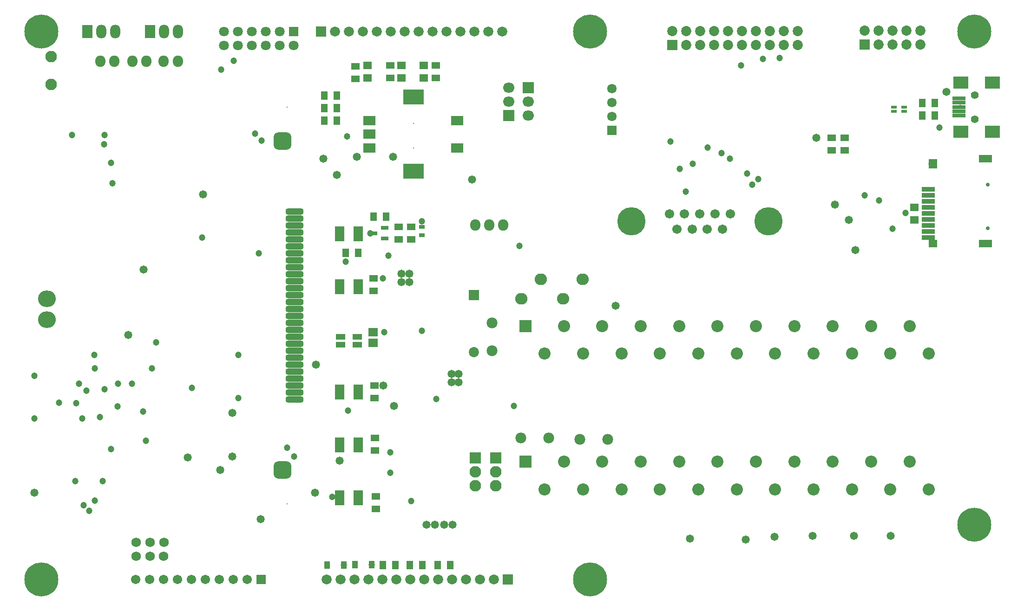
<source format=gts>
G04*
G04 #@! TF.GenerationSoftware,Altium Limited,Altium Designer,20.1.7 (139)*
G04*
G04 Layer_Color=8388736*
%FSTAX24Y24*%
%MOIN*%
G70*
G04*
G04 #@! TF.SameCoordinates,F0BF9DC0-9546-437B-B132-7D81F4AFA61C*
G04*
G04*
G04 #@! TF.FilePolarity,Negative*
G04*
G01*
G75*
%ADD39R,0.0395X0.0237*%
%ADD40R,0.1064X0.0867*%
%ADD41R,0.0966X0.0277*%
%ADD42R,0.0630X0.0474*%
%ADD43R,0.0572X0.0316*%
%ADD44R,0.0474X0.0630*%
%ADD45R,0.0680X0.1080*%
%ADD46R,0.1458X0.1064*%
%ADD47R,0.0867X0.0671*%
%ADD48R,0.0946X0.0356*%
%ADD49R,0.0631X0.0552*%
%ADD50R,0.0946X0.0552*%
%ADD51R,0.0631X0.0710*%
%ADD52R,0.0671X0.0434*%
%ADD53R,0.0630X0.0580*%
%ADD54R,0.0434X0.0552*%
%ADD55R,0.0434X0.0552*%
%ADD56R,0.0395X0.0316*%
%ADD57R,0.0671X0.0592*%
%ADD58C,0.0730*%
%ADD59R,0.0730X0.0730*%
%ADD60C,0.0720*%
%ADD61R,0.0720X0.0720*%
%ADD62R,0.0730X0.0730*%
%ADD63C,0.0780*%
%ADD64C,0.0080*%
%ADD65C,0.0277*%
%ADD66C,0.0867*%
%ADD67R,0.0867X0.0867*%
%ADD68C,0.2029*%
%ADD69C,0.0671*%
%ADD70C,0.0710*%
%ADD71R,0.0710X0.0710*%
G04:AMPARAMS|DCode=72|XSize=126.1mil|YSize=126.1mil|CornerRadius=33.5mil|HoleSize=0mil|Usage=FLASHONLY|Rotation=90.000|XOffset=0mil|YOffset=0mil|HoleType=Round|Shape=RoundedRectangle|*
%AMROUNDEDRECTD72*
21,1,0.1261,0.0591,0,0,90.0*
21,1,0.0591,0.1261,0,0,90.0*
1,1,0.0671,0.0295,0.0295*
1,1,0.0671,0.0295,-0.0295*
1,1,0.0671,-0.0295,-0.0295*
1,1,0.0671,-0.0295,0.0295*
%
%ADD72ROUNDEDRECTD72*%
G04:AMPARAMS|DCode=73|XSize=43.4mil|YSize=126.1mil|CornerRadius=12.9mil|HoleSize=0mil|Usage=FLASHONLY|Rotation=90.000|XOffset=0mil|YOffset=0mil|HoleType=Round|Shape=RoundedRectangle|*
%AMROUNDEDRECTD73*
21,1,0.0434,0.1004,0,0,90.0*
21,1,0.0177,0.1261,0,0,90.0*
1,1,0.0257,0.0502,0.0089*
1,1,0.0257,0.0502,-0.0089*
1,1,0.0257,-0.0502,-0.0089*
1,1,0.0257,-0.0502,0.0089*
%
%ADD73ROUNDEDRECTD73*%
%ADD74R,0.0730X0.0980*%
%ADD75O,0.0730X0.0980*%
%ADD76C,0.0678*%
%ADD77R,0.0678X0.0678*%
%ADD78R,0.0830X0.0830*%
%ADD79O,0.0830X0.0710*%
%ADD80C,0.0830*%
%ADD81C,0.2442*%
%ADD82O,0.0730X0.0830*%
%ADD83C,0.0680*%
%ADD84R,0.0671X0.0671*%
%ADD85O,0.0880X0.0830*%
%ADD86O,0.1280X0.1180*%
%ADD87C,0.0474*%
%ADD88C,0.0580*%
%ADD89C,0.0552*%
D39*
X073146Y045593D02*
D03*
Y045907D02*
D03*
X073854D02*
D03*
Y045593D02*
D03*
D40*
X077925Y044138D02*
D03*
X080185Y044137D02*
D03*
Y04768D02*
D03*
X077925Y047682D02*
D03*
D41*
X077805Y04529D02*
D03*
X0778Y0456D02*
D03*
X077795Y04591D02*
D03*
X07779Y04622D02*
D03*
X077785Y04653D02*
D03*
D42*
X0359Y02215D02*
D03*
Y02125D02*
D03*
X0358Y0336D02*
D03*
Y0327D02*
D03*
X06865Y0437D02*
D03*
Y0428D02*
D03*
X0696Y0428D02*
D03*
Y0437D02*
D03*
X0385Y0364D02*
D03*
Y0373D02*
D03*
X03595Y01705D02*
D03*
Y01795D02*
D03*
X0376Y0364D02*
D03*
Y0373D02*
D03*
X04025Y048D02*
D03*
Y0489D02*
D03*
X037Y048D02*
D03*
Y0489D02*
D03*
X0345Y04885D02*
D03*
Y04795D02*
D03*
X03585Y025D02*
D03*
Y0259D02*
D03*
D43*
X035787Y03685D02*
D03*
X036613Y037226D02*
D03*
Y036474D02*
D03*
D44*
X0367Y03805D02*
D03*
X0358D02*
D03*
X0413Y013D02*
D03*
X0404D02*
D03*
X07515Y0453D02*
D03*
X07605D02*
D03*
X07515Y0462D02*
D03*
X07605D02*
D03*
X03735Y013D02*
D03*
X03645D02*
D03*
X0393D02*
D03*
X0384D02*
D03*
X0338Y03545D02*
D03*
X0347D02*
D03*
X03315Y04495D02*
D03*
X03225D02*
D03*
X03315Y04585D02*
D03*
X03225D02*
D03*
X03315Y04675D02*
D03*
X03225D02*
D03*
D45*
X03335Y01785D02*
D03*
X0347D02*
D03*
Y03301D02*
D03*
X03335D02*
D03*
X0347Y0368D02*
D03*
X03335D02*
D03*
X0347Y02164D02*
D03*
X03335D02*
D03*
X0347Y02543D02*
D03*
X03335D02*
D03*
D46*
X03865Y041305D02*
D03*
Y04662D02*
D03*
D47*
X0355Y043963D02*
D03*
Y042978D02*
D03*
Y044947D02*
D03*
X0418D02*
D03*
Y042978D02*
D03*
D48*
X075606Y03655D02*
D03*
Y036983D02*
D03*
Y037417D02*
D03*
Y03785D02*
D03*
Y038283D02*
D03*
Y038716D02*
D03*
Y039149D02*
D03*
Y039582D02*
D03*
Y040015D02*
D03*
D49*
X07592Y036098D02*
D03*
D50*
X0797D02*
D03*
Y0422D02*
D03*
D51*
X07592Y041846D02*
D03*
D52*
X034635Y02885D02*
D03*
Y029408D02*
D03*
X033415Y028851D02*
D03*
Y029408D02*
D03*
D53*
X0746Y0378D02*
D03*
Y0387D02*
D03*
X0394Y0489D02*
D03*
Y048D02*
D03*
X0378Y0489D02*
D03*
Y048D02*
D03*
X03535Y0489D02*
D03*
Y048D02*
D03*
D54*
X03365Y013D02*
D03*
X03565Y01305D02*
D03*
D55*
X03245Y013D02*
D03*
X03445Y01305D02*
D03*
D56*
X03925Y036685D02*
D03*
Y037315D02*
D03*
D57*
X035753Y029726D02*
D03*
Y028978D02*
D03*
D58*
X043Y0283D02*
D03*
X075024Y051398D02*
D03*
Y050398D02*
D03*
X074024Y051398D02*
D03*
Y050398D02*
D03*
X073024Y051398D02*
D03*
Y050398D02*
D03*
X072024Y051398D02*
D03*
Y050398D02*
D03*
X071024Y051398D02*
D03*
X057244Y051358D02*
D03*
X058244Y050358D02*
D03*
Y051358D02*
D03*
X059244Y050358D02*
D03*
Y051358D02*
D03*
X060244Y050358D02*
D03*
Y051358D02*
D03*
X061244Y050358D02*
D03*
Y051358D02*
D03*
X062244Y050358D02*
D03*
Y051358D02*
D03*
X063244Y050358D02*
D03*
Y051358D02*
D03*
X064244Y050358D02*
D03*
Y051358D02*
D03*
X065244Y050358D02*
D03*
Y051358D02*
D03*
X066244Y050358D02*
D03*
Y051358D02*
D03*
D59*
X043Y0324D02*
D03*
D60*
X032433Y011968D02*
D03*
X033433D02*
D03*
X034433D02*
D03*
X035433D02*
D03*
X036433D02*
D03*
X037433D02*
D03*
X038433D02*
D03*
X039433D02*
D03*
X040433D02*
D03*
X041433D02*
D03*
X042433D02*
D03*
X043433D02*
D03*
X044433D02*
D03*
X045047Y051339D02*
D03*
X044047D02*
D03*
X043047D02*
D03*
X042047D02*
D03*
X041047D02*
D03*
X040047D02*
D03*
X039047D02*
D03*
X038047D02*
D03*
X037047D02*
D03*
X036047D02*
D03*
X035047D02*
D03*
X034047D02*
D03*
X033047D02*
D03*
D61*
X045433Y011968D02*
D03*
X032047Y051339D02*
D03*
D62*
X071024Y050398D02*
D03*
X057244Y050358D02*
D03*
D63*
X0506Y02205D02*
D03*
X0526D02*
D03*
X04835Y02215D02*
D03*
X04635D02*
D03*
X0443Y0284D02*
D03*
Y0304D02*
D03*
D64*
X03865Y042978D02*
D03*
Y04475D02*
D03*
X029586Y045906D02*
D03*
Y017402D02*
D03*
D65*
X079857Y04035D02*
D03*
Y037208D02*
D03*
X0779Y045923D02*
D03*
Y045613D02*
D03*
D66*
X061856Y01845D02*
D03*
X07288D02*
D03*
X064612D02*
D03*
X067368D02*
D03*
X070124D02*
D03*
X05221Y020419D02*
D03*
X054966D02*
D03*
X049454D02*
D03*
X048076Y01845D02*
D03*
X0591D02*
D03*
X050832D02*
D03*
X053588D02*
D03*
X056344D02*
D03*
X057722Y020419D02*
D03*
X063234D02*
D03*
X06599D02*
D03*
X068746D02*
D03*
X071502D02*
D03*
X060478D02*
D03*
X075635Y01845D02*
D03*
X074257Y020419D02*
D03*
X061856Y0282D02*
D03*
X07288D02*
D03*
X064612D02*
D03*
X067368D02*
D03*
X070124D02*
D03*
X05221Y030168D02*
D03*
X054966D02*
D03*
X049454D02*
D03*
X048076Y0282D02*
D03*
X0591D02*
D03*
X050832D02*
D03*
X053588D02*
D03*
X056344D02*
D03*
X057722Y030168D02*
D03*
X063234D02*
D03*
X06599D02*
D03*
X068746D02*
D03*
X071502D02*
D03*
X060478D02*
D03*
X075635Y0282D02*
D03*
X074257Y030168D02*
D03*
D67*
X046698Y020419D02*
D03*
Y030168D02*
D03*
D68*
X064119Y037692D02*
D03*
X054281D02*
D03*
D69*
X057564Y037133D02*
D03*
X058655D02*
D03*
X059745D02*
D03*
X060836D02*
D03*
X057019Y038251D02*
D03*
X058109D02*
D03*
X0592D02*
D03*
X060291D02*
D03*
X061381D02*
D03*
X026717Y011968D02*
D03*
X024717D02*
D03*
X023717D02*
D03*
X022717D02*
D03*
X021717D02*
D03*
X020717D02*
D03*
X019717D02*
D03*
X018717D02*
D03*
X025717D02*
D03*
D70*
X02505Y051339D02*
D03*
X02605D02*
D03*
X02705D02*
D03*
X02805D02*
D03*
X02905D02*
D03*
X02505Y050339D02*
D03*
X02605D02*
D03*
X02705D02*
D03*
X02805D02*
D03*
X02905D02*
D03*
X03005D02*
D03*
D71*
Y051339D02*
D03*
D72*
X029275Y043465D02*
D03*
Y019843D02*
D03*
D73*
X030137Y037906D02*
D03*
Y037406D02*
D03*
Y036406D02*
D03*
Y034906D02*
D03*
Y033906D02*
D03*
Y033406D02*
D03*
Y032406D02*
D03*
Y030906D02*
D03*
Y029906D02*
D03*
Y029406D02*
D03*
Y028406D02*
D03*
Y026906D02*
D03*
Y025906D02*
D03*
Y025406D02*
D03*
Y038406D02*
D03*
Y036906D02*
D03*
Y035906D02*
D03*
Y035406D02*
D03*
Y034406D02*
D03*
Y032906D02*
D03*
Y031906D02*
D03*
Y031406D02*
D03*
Y030406D02*
D03*
Y028906D02*
D03*
Y027906D02*
D03*
Y027406D02*
D03*
Y026406D02*
D03*
Y024906D02*
D03*
D74*
X01975Y05135D02*
D03*
X01525D02*
D03*
D75*
X02075D02*
D03*
X02175D02*
D03*
X01625D02*
D03*
X01725D02*
D03*
D76*
X052913Y04725D02*
D03*
Y04625D02*
D03*
Y04525D02*
D03*
D77*
Y04425D02*
D03*
D78*
X0469Y0473D02*
D03*
X0431Y0207D02*
D03*
X04455D02*
D03*
X0455Y0453D02*
D03*
D79*
X0469Y0463D02*
D03*
Y0453D02*
D03*
X0455Y0473D02*
D03*
Y0463D02*
D03*
D80*
X01265Y04955D02*
D03*
Y04755D02*
D03*
X0431Y0187D02*
D03*
Y0197D02*
D03*
X04455Y0187D02*
D03*
Y0197D02*
D03*
D81*
X051339Y011968D02*
D03*
X078898Y015906D02*
D03*
X011968Y011968D02*
D03*
Y051339D02*
D03*
X078898D02*
D03*
X051339D02*
D03*
D82*
X04311Y03745D02*
D03*
X04409D02*
D03*
X0451D02*
D03*
X01619Y0492D02*
D03*
X0172D02*
D03*
X0195D02*
D03*
X01849D02*
D03*
X02074D02*
D03*
X02175D02*
D03*
D83*
X01975Y01465D02*
D03*
X02075D02*
D03*
X01875D02*
D03*
X02074Y01365D02*
D03*
X01975D02*
D03*
X01875D02*
D03*
D84*
X027717Y011968D02*
D03*
D85*
X0478Y03355D02*
D03*
X0508D02*
D03*
X0464Y03215D02*
D03*
X0494D02*
D03*
D86*
X01235Y03065D02*
D03*
Y03215D02*
D03*
D87*
X01705Y04045D02*
D03*
X0376Y0373D02*
D03*
X07975Y0361D02*
D03*
X07965Y0422D02*
D03*
X0339Y0438D02*
D03*
X04175Y043D02*
D03*
X0386Y0412D02*
D03*
X03865Y04665D02*
D03*
X0385Y0176D02*
D03*
X037Y0211D02*
D03*
X032847Y0179D02*
D03*
X0333Y03305D02*
D03*
X03685Y03525D02*
D03*
X0403Y02495D02*
D03*
X04585Y02445D02*
D03*
X04625Y03595D02*
D03*
X03395Y0241D02*
D03*
X06295Y04035D02*
D03*
X03925Y0377D02*
D03*
Y02985D02*
D03*
X0301Y0208D02*
D03*
X0296Y02145D02*
D03*
X037Y01965D02*
D03*
X02755Y0354D02*
D03*
X01415Y0439D02*
D03*
X06215Y0489D02*
D03*
X03735Y013D02*
D03*
X0413D02*
D03*
X0764Y04445D02*
D03*
X027303Y044D02*
D03*
X02775Y0435D02*
D03*
X0582Y03985D02*
D03*
X03645Y0336D02*
D03*
X0634Y04075D02*
D03*
X062588Y041138D02*
D03*
X03555Y03685D02*
D03*
X036576Y029726D02*
D03*
X0338Y0348D02*
D03*
X016963Y041887D02*
D03*
X02485Y0486D02*
D03*
X02575Y049247D02*
D03*
X03335Y0368D02*
D03*
X057769Y041481D02*
D03*
X0587Y04185D02*
D03*
X06135Y0422D02*
D03*
X05975Y043D02*
D03*
X0571Y04345D02*
D03*
X06075Y0426D02*
D03*
X0393Y013D02*
D03*
X03565Y01305D02*
D03*
X03365Y013D02*
D03*
X0759Y0361D02*
D03*
X07395Y0383D02*
D03*
X072051Y039199D02*
D03*
X073017Y037167D02*
D03*
X071032Y039582D02*
D03*
X01945Y021944D02*
D03*
X01695Y02135D02*
D03*
X016361Y019039D02*
D03*
X023494Y03655D02*
D03*
X01645Y04325D02*
D03*
X0202Y029D02*
D03*
X0261Y0281D02*
D03*
X01575D02*
D03*
X0261Y025D02*
D03*
X017444Y024406D02*
D03*
X0165Y0439D02*
D03*
X063745Y049353D02*
D03*
X06492Y04943D02*
D03*
X0149Y02355D02*
D03*
X01145D02*
D03*
X01615Y02365D02*
D03*
X02275Y02575D02*
D03*
X01145Y0266D02*
D03*
X013226Y024676D02*
D03*
X0199Y02715D02*
D03*
X0165Y02565D02*
D03*
X015Y0173D02*
D03*
X0154Y0169D02*
D03*
X0158Y01765D02*
D03*
X01465Y02605D02*
D03*
X0144Y01905D02*
D03*
X0158Y02715D02*
D03*
X01445Y02465D02*
D03*
X01925Y02405D02*
D03*
X01745Y02605D02*
D03*
X01845D02*
D03*
X0152Y02555D02*
D03*
D88*
X03315Y04105D02*
D03*
X04285Y0407D02*
D03*
X0759Y04185D02*
D03*
X04085Y0159D02*
D03*
X0625Y01485D02*
D03*
X0585Y0149D02*
D03*
X04145Y0159D02*
D03*
X0402D02*
D03*
X0396D02*
D03*
X06455Y01505D02*
D03*
X0673Y0151D02*
D03*
X07025D02*
D03*
X0729D02*
D03*
X0322Y0422D02*
D03*
X0769Y047D02*
D03*
X0779Y04405D02*
D03*
X03335Y0205D02*
D03*
Y0254D02*
D03*
X0365Y0259D02*
D03*
X03725Y02445D02*
D03*
X037797Y03395D02*
D03*
Y03335D02*
D03*
X03835D02*
D03*
Y03395D02*
D03*
X0372Y04235D02*
D03*
X0346D02*
D03*
X05315Y03165D02*
D03*
X03165Y0274D02*
D03*
X02355Y03965D02*
D03*
X0414Y02615D02*
D03*
Y02675D02*
D03*
X0419D02*
D03*
Y02615D02*
D03*
X080185Y044085D02*
D03*
Y047685D02*
D03*
X077907Y0477D02*
D03*
X06755Y0437D02*
D03*
X0689Y0389D02*
D03*
X07035Y03565D02*
D03*
X0699Y0378D02*
D03*
X0277Y0163D02*
D03*
X0193Y03425D02*
D03*
X0182Y02955D02*
D03*
X02245Y02075D02*
D03*
X02565Y0208D02*
D03*
Y02395D02*
D03*
X0248Y01985D02*
D03*
X0316Y0182D02*
D03*
X01145D02*
D03*
D89*
X078941Y046776D02*
D03*
Y045044D02*
D03*
M02*

</source>
